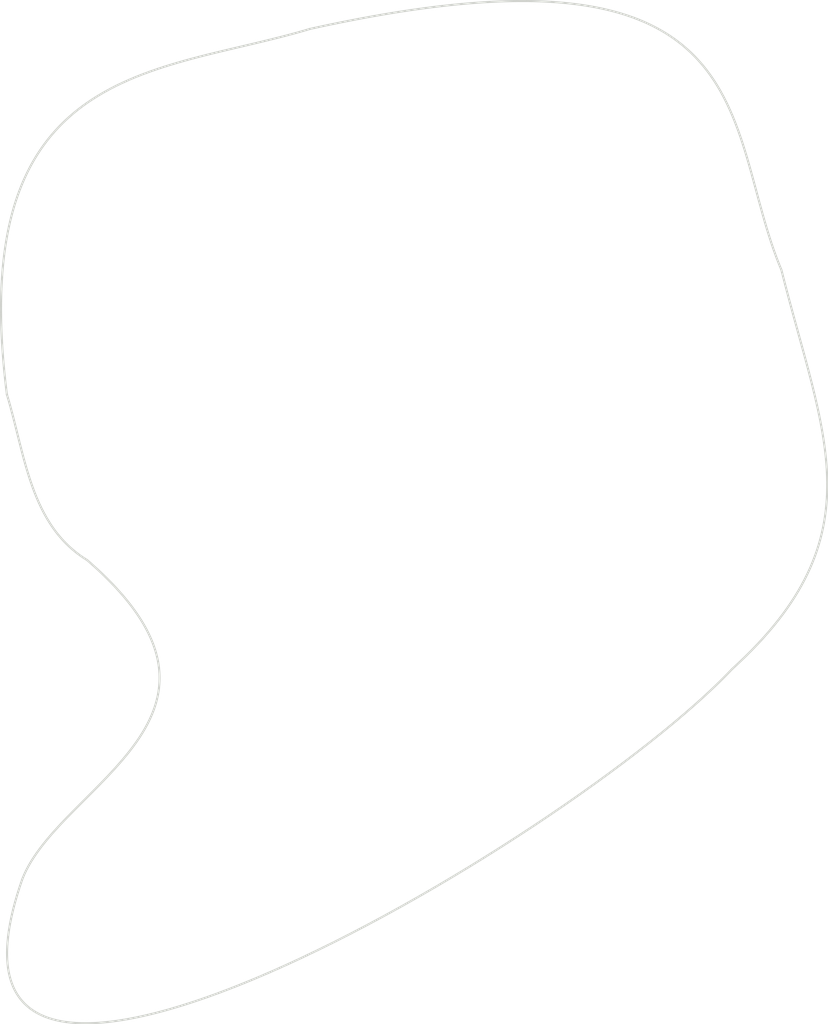
<source format=kicad_pcb>
(kicad_pcb (version 20171130) (host pcbnew "(5.1.5-rc1-10-gd701c3a48)-1")

  (general
    (thickness 1.6)
    (drawings 7)
    (tracks 0)
    (zones 0)
    (modules 0)
    (nets 1)
  )

  (page A4)
  (layers
    (0 F.Cu signal)
    (31 B.Cu signal)
    (32 B.Adhes user)
    (33 F.Adhes user)
    (34 B.Paste user)
    (35 F.Paste user)
    (36 B.SilkS user)
    (37 F.SilkS user)
    (38 B.Mask user)
    (39 F.Mask user)
    (40 Dwgs.User user)
    (41 Cmts.User user)
    (42 Eco1.User user)
    (43 Eco2.User user)
    (44 Edge.Cuts user)
    (45 Margin user)
    (46 B.CrtYd user)
    (47 F.CrtYd user)
    (48 B.Fab user)
    (49 F.Fab user)
  )

  (setup
    (last_trace_width 0.25)
    (trace_clearance 0.2)
    (zone_clearance 0.508)
    (zone_45_only no)
    (trace_min 0.2)
    (via_size 0.8)
    (via_drill 0.4)
    (via_min_size 0.4)
    (via_min_drill 0.3)
    (uvia_size 0.3)
    (uvia_drill 0.1)
    (uvias_allowed no)
    (uvia_min_size 0.2)
    (uvia_min_drill 0.1)
    (edge_width 0.05)
    (segment_width 0.2)
    (pcb_text_width 0.3)
    (pcb_text_size 1.5 1.5)
    (mod_edge_width 0.12)
    (mod_text_size 1 1)
    (mod_text_width 0.15)
    (pad_size 2.29 2.29)
    (pad_drill 0)
    (pad_to_mask_clearance 0.051)
    (solder_mask_min_width 0.25)
    (aux_axis_origin 0 0)
    (grid_origin 130.063 75.213)
    (visible_elements 7FFFFFFF)
    (pcbplotparams
      (layerselection 0x01000_7ffffffe)
      (usegerberextensions false)
      (usegerberattributes false)
      (usegerberadvancedattributes false)
      (creategerberjobfile true)
      (excludeedgelayer true)
      (linewidth 0.100000)
      (plotframeref false)
      (viasonmask false)
      (mode 1)
      (useauxorigin false)
      (hpglpennumber 1)
      (hpglpenspeed 20)
      (hpglpendiameter 15.000000)
      (psnegative false)
      (psa4output false)
      (plotreference true)
      (plotvalue true)
      (plotinvisibletext false)
      (padsonsilk false)
      (subtractmaskfromsilk true)
      (outputformat 1)
      (mirror false)
      (drillshape 0)
      (scaleselection 1)
      (outputdirectory "grb"))
  )

  (net 0 "")

  (net_class Default "This is the default net class."
    (clearance 0.2)
    (trace_width 0.25)
    (via_dia 0.8)
    (via_drill 0.4)
    (uvia_dia 0.3)
    (uvia_drill 0.1)
  )

  (gr_curve (pts (xy 159.387049 39.873765) (xy 203.964421 30.020001) (xy 199.133501 49.30995) (xy 205.002241 63.18263)) (layer Edge.Cuts) (width 0.2))
  (gr_curve (pts (xy 130.063 75.213) (xy 126.008601 43.003926) (xy 144.645698 44.316386) (xy 159.387049 39.873765)) (layer Edge.Cuts) (width 0.2))
  (gr_curve (pts (xy 200.240211 101.78009) (xy 184.178281 118.77417) (xy 119.531712 156.4074) (xy 131.566797 122.08136)) (layer Edge.Cuts) (width 0.2))
  (gr_curve (pts (xy 137.832619 91.25351) (xy 132.303947 87.86587) (xy 131.847155 81.09698) (xy 130.063 75.213)) (layer Edge.Cuts) (width 0.2))
  (gr_curve (pts (xy 205.002241 63.18263) (xy 208.967951 79.05604) (xy 214.440381 88.91427) (xy 200.240211 101.78009)) (layer Edge.Cuts) (width 0.2))
  (gr_curve (pts (xy 131.566797 122.08136) (xy 135.159202 112.89148) (xy 155.2435 106.3243) (xy 137.832619 91.25351)) (layer Edge.Cuts) (width 0.2))
  (gr_line (start 130.063 75.213) (end 130.063 75.213) (layer Edge.Cuts) (width 0.2))

)

</source>
